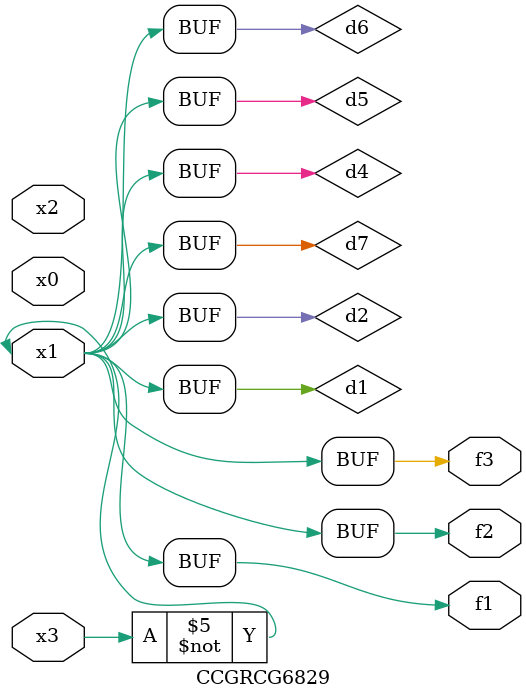
<source format=v>
module CCGRCG6829(
	input x0, x1, x2, x3,
	output f1, f2, f3
);

	wire d1, d2, d3, d4, d5, d6, d7;

	not (d1, x3);
	buf (d2, x1);
	xnor (d3, d1, d2);
	nor (d4, d1);
	buf (d5, d1, d2);
	buf (d6, d4, d5);
	nand (d7, d4);
	assign f1 = d6;
	assign f2 = d7;
	assign f3 = d6;
endmodule

</source>
